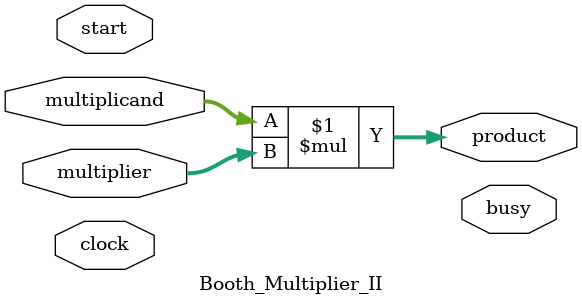
<source format=v>
`timescale 1ns / 1ps
module Booth_Multiplier_II (product,
									 multiplicand,
									 multiplier,
									 clock,
									 start,
									 busy);

	output [7:0] product;
	output busy;
	input signed [3:0] multiplicand, multiplier;					// To tell the synthesizer to treat this 4 bit input as signed
																				// instead of the 18 bit input that it does by default
	input clock, start;

	assign product = multiplicand * multiplier;					// uses the dedicated multiplier of FPGA

endmodule

</source>
